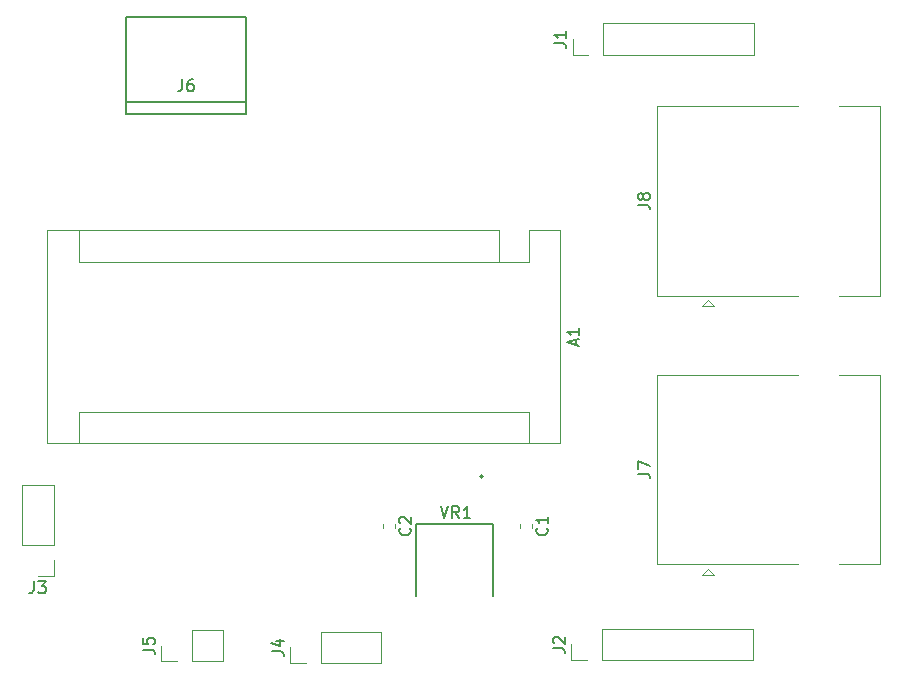
<source format=gbr>
%TF.GenerationSoftware,KiCad,Pcbnew,6.0.7-f9a2dced07~116~ubuntu22.04.1*%
%TF.CreationDate,2022-09-19T14:52:11-04:00*%
%TF.ProjectId,Main_Controller_PCB V0.1,4d61696e-5f43-46f6-9e74-726f6c6c6572,rev?*%
%TF.SameCoordinates,Original*%
%TF.FileFunction,Legend,Top*%
%TF.FilePolarity,Positive*%
%FSLAX46Y46*%
G04 Gerber Fmt 4.6, Leading zero omitted, Abs format (unit mm)*
G04 Created by KiCad (PCBNEW 6.0.7-f9a2dced07~116~ubuntu22.04.1) date 2022-09-19 14:52:11*
%MOMM*%
%LPD*%
G01*
G04 APERTURE LIST*
%ADD10C,0.150000*%
%ADD11C,0.120000*%
%ADD12C,0.127000*%
%ADD13C,0.200000*%
G04 APERTURE END LIST*
D10*
%TO.C,J2*%
X168972380Y-124133333D02*
X169686666Y-124133333D01*
X169829523Y-124180952D01*
X169924761Y-124276190D01*
X169972380Y-124419047D01*
X169972380Y-124514285D01*
X169067619Y-123704761D02*
X169020000Y-123657142D01*
X168972380Y-123561904D01*
X168972380Y-123323809D01*
X169020000Y-123228571D01*
X169067619Y-123180952D01*
X169162857Y-123133333D01*
X169258095Y-123133333D01*
X169400952Y-123180952D01*
X169972380Y-123752380D01*
X169972380Y-123133333D01*
%TO.C,C1*%
X168437142Y-113941666D02*
X168484761Y-113989285D01*
X168532380Y-114132142D01*
X168532380Y-114227380D01*
X168484761Y-114370238D01*
X168389523Y-114465476D01*
X168294285Y-114513095D01*
X168103809Y-114560714D01*
X167960952Y-114560714D01*
X167770476Y-114513095D01*
X167675238Y-114465476D01*
X167580000Y-114370238D01*
X167532380Y-114227380D01*
X167532380Y-114132142D01*
X167580000Y-113989285D01*
X167627619Y-113941666D01*
X168532380Y-112989285D02*
X168532380Y-113560714D01*
X168532380Y-113275000D02*
X167532380Y-113275000D01*
X167675238Y-113370238D01*
X167770476Y-113465476D01*
X167818095Y-113560714D01*
%TO.C,J1*%
X169072380Y-72883333D02*
X169786666Y-72883333D01*
X169929523Y-72930952D01*
X170024761Y-73026190D01*
X170072380Y-73169047D01*
X170072380Y-73264285D01*
X170072380Y-71883333D02*
X170072380Y-72454761D01*
X170072380Y-72169047D02*
X169072380Y-72169047D01*
X169215238Y-72264285D01*
X169310476Y-72359523D01*
X169358095Y-72454761D01*
%TO.C,J7*%
X176157380Y-109333333D02*
X176871666Y-109333333D01*
X177014523Y-109380952D01*
X177109761Y-109476190D01*
X177157380Y-109619047D01*
X177157380Y-109714285D01*
X176157380Y-108952380D02*
X176157380Y-108285714D01*
X177157380Y-108714285D01*
%TO.C,VR1*%
X159440476Y-112102380D02*
X159773809Y-113102380D01*
X160107142Y-112102380D01*
X161011904Y-113102380D02*
X160678571Y-112626190D01*
X160440476Y-113102380D02*
X160440476Y-112102380D01*
X160821428Y-112102380D01*
X160916666Y-112150000D01*
X160964285Y-112197619D01*
X161011904Y-112292857D01*
X161011904Y-112435714D01*
X160964285Y-112530952D01*
X160916666Y-112578571D01*
X160821428Y-112626190D01*
X160440476Y-112626190D01*
X161964285Y-113102380D02*
X161392857Y-113102380D01*
X161678571Y-113102380D02*
X161678571Y-112102380D01*
X161583333Y-112245238D01*
X161488095Y-112340476D01*
X161392857Y-112388095D01*
%TO.C,J5*%
X134232380Y-124233333D02*
X134946666Y-124233333D01*
X135089523Y-124280952D01*
X135184761Y-124376190D01*
X135232380Y-124519047D01*
X135232380Y-124614285D01*
X134232380Y-123280952D02*
X134232380Y-123757142D01*
X134708571Y-123804761D01*
X134660952Y-123757142D01*
X134613333Y-123661904D01*
X134613333Y-123423809D01*
X134660952Y-123328571D01*
X134708571Y-123280952D01*
X134803809Y-123233333D01*
X135041904Y-123233333D01*
X135137142Y-123280952D01*
X135184761Y-123328571D01*
X135232380Y-123423809D01*
X135232380Y-123661904D01*
X135184761Y-123757142D01*
X135137142Y-123804761D01*
%TO.C,J8*%
X176157380Y-86583333D02*
X176871666Y-86583333D01*
X177014523Y-86630952D01*
X177109761Y-86726190D01*
X177157380Y-86869047D01*
X177157380Y-86964285D01*
X176585952Y-85964285D02*
X176538333Y-86059523D01*
X176490714Y-86107142D01*
X176395476Y-86154761D01*
X176347857Y-86154761D01*
X176252619Y-86107142D01*
X176205000Y-86059523D01*
X176157380Y-85964285D01*
X176157380Y-85773809D01*
X176205000Y-85678571D01*
X176252619Y-85630952D01*
X176347857Y-85583333D01*
X176395476Y-85583333D01*
X176490714Y-85630952D01*
X176538333Y-85678571D01*
X176585952Y-85773809D01*
X176585952Y-85964285D01*
X176633571Y-86059523D01*
X176681190Y-86107142D01*
X176776428Y-86154761D01*
X176966904Y-86154761D01*
X177062142Y-86107142D01*
X177109761Y-86059523D01*
X177157380Y-85964285D01*
X177157380Y-85773809D01*
X177109761Y-85678571D01*
X177062142Y-85630952D01*
X176966904Y-85583333D01*
X176776428Y-85583333D01*
X176681190Y-85630952D01*
X176633571Y-85678571D01*
X176585952Y-85773809D01*
%TO.C,J4*%
X145147380Y-124383333D02*
X145861666Y-124383333D01*
X146004523Y-124430952D01*
X146099761Y-124526190D01*
X146147380Y-124669047D01*
X146147380Y-124764285D01*
X145480714Y-123478571D02*
X146147380Y-123478571D01*
X145099761Y-123716666D02*
X145814047Y-123954761D01*
X145814047Y-123335714D01*
%TO.C,A1*%
X170896666Y-98474285D02*
X170896666Y-97998095D01*
X171182380Y-98569523D02*
X170182380Y-98236190D01*
X171182380Y-97902857D01*
X171182380Y-97045714D02*
X171182380Y-97617142D01*
X171182380Y-97331428D02*
X170182380Y-97331428D01*
X170325238Y-97426666D01*
X170420476Y-97521904D01*
X170468095Y-97617142D01*
%TO.C,J3*%
X125016666Y-118457380D02*
X125016666Y-119171666D01*
X124969047Y-119314523D01*
X124873809Y-119409761D01*
X124730952Y-119457380D01*
X124635714Y-119457380D01*
X125397619Y-118457380D02*
X126016666Y-118457380D01*
X125683333Y-118838333D01*
X125826190Y-118838333D01*
X125921428Y-118885952D01*
X125969047Y-118933571D01*
X126016666Y-119028809D01*
X126016666Y-119266904D01*
X125969047Y-119362142D01*
X125921428Y-119409761D01*
X125826190Y-119457380D01*
X125540476Y-119457380D01*
X125445238Y-119409761D01*
X125397619Y-119362142D01*
%TO.C,J6*%
X137565987Y-75951264D02*
X137565987Y-76667006D01*
X137518270Y-76810154D01*
X137422838Y-76905587D01*
X137279690Y-76953303D01*
X137184257Y-76953303D01*
X138472593Y-75951264D02*
X138281729Y-75951264D01*
X138186296Y-75998980D01*
X138138580Y-76046696D01*
X138043148Y-76189845D01*
X137995432Y-76380709D01*
X137995432Y-76762438D01*
X138043148Y-76857871D01*
X138090864Y-76905587D01*
X138186296Y-76953303D01*
X138377161Y-76953303D01*
X138472593Y-76905587D01*
X138520309Y-76857871D01*
X138568026Y-76762438D01*
X138568026Y-76523858D01*
X138520309Y-76428425D01*
X138472593Y-76380709D01*
X138377161Y-76332993D01*
X138186296Y-76332993D01*
X138090864Y-76380709D01*
X138043148Y-76428425D01*
X137995432Y-76523858D01*
%TO.C,C2*%
X156837142Y-113941666D02*
X156884761Y-113989285D01*
X156932380Y-114132142D01*
X156932380Y-114227380D01*
X156884761Y-114370238D01*
X156789523Y-114465476D01*
X156694285Y-114513095D01*
X156503809Y-114560714D01*
X156360952Y-114560714D01*
X156170476Y-114513095D01*
X156075238Y-114465476D01*
X155980000Y-114370238D01*
X155932380Y-114227380D01*
X155932380Y-114132142D01*
X155980000Y-113989285D01*
X156027619Y-113941666D01*
X156027619Y-113560714D02*
X155980000Y-113513095D01*
X155932380Y-113417857D01*
X155932380Y-113179761D01*
X155980000Y-113084523D01*
X156027619Y-113036904D01*
X156122857Y-112989285D01*
X156218095Y-112989285D01*
X156360952Y-113036904D01*
X156932380Y-113608333D01*
X156932380Y-112989285D01*
D11*
%TO.C,J2*%
X185880000Y-125130000D02*
X185880000Y-122470000D01*
X173120000Y-125130000D02*
X173120000Y-122470000D01*
X173120000Y-125130000D02*
X185880000Y-125130000D01*
X170520000Y-125130000D02*
X170520000Y-123800000D01*
X171850000Y-125130000D02*
X170520000Y-125130000D01*
X173120000Y-122470000D02*
X185880000Y-122470000D01*
%TO.C,C1*%
X167160000Y-113634420D02*
X167160000Y-113915580D01*
X166140000Y-113634420D02*
X166140000Y-113915580D01*
%TO.C,J1*%
X185980000Y-73880000D02*
X185980000Y-71220000D01*
X173220000Y-71220000D02*
X185980000Y-71220000D01*
X173220000Y-73880000D02*
X173220000Y-71220000D01*
X173220000Y-73880000D02*
X185980000Y-73880000D01*
X170620000Y-73880000D02*
X170620000Y-72550000D01*
X171950000Y-73880000D02*
X170620000Y-73880000D01*
%TO.C,J7*%
X177765000Y-100990000D02*
X189695000Y-100990000D01*
X182045000Y-117378000D02*
X181537000Y-117886000D01*
X177765000Y-117010000D02*
X189695000Y-117010000D01*
X193195000Y-117010000D02*
X196635000Y-117010000D01*
X196635000Y-100990000D02*
X196635000Y-117010000D01*
X177765000Y-100990000D02*
X177765000Y-117010000D01*
X193195000Y-100990000D02*
X196635000Y-100990000D01*
X181537000Y-117886000D02*
X182553000Y-117886000D01*
X182553000Y-117886000D02*
X182045000Y-117378000D01*
D12*
%TO.C,VR1*%
X157330000Y-113622000D02*
X157330000Y-119723000D01*
X163870000Y-113622000D02*
X157330000Y-113622000D01*
X163870000Y-119723000D02*
X163870000Y-113622000D01*
D13*
X163000000Y-109575000D02*
G75*
G03*
X163000000Y-109575000I-100000J0D01*
G01*
D11*
%TO.C,J5*%
X140980000Y-125230000D02*
X140980000Y-122570000D01*
X138380000Y-125230000D02*
X140980000Y-125230000D01*
X137110000Y-125230000D02*
X135780000Y-125230000D01*
X138380000Y-125230000D02*
X138380000Y-122570000D01*
X138380000Y-122570000D02*
X140980000Y-122570000D01*
X135780000Y-125230000D02*
X135780000Y-123900000D01*
%TO.C,J8*%
X193195000Y-94260000D02*
X196635000Y-94260000D01*
X182045000Y-94628000D02*
X181537000Y-95136000D01*
X196635000Y-78240000D02*
X196635000Y-94260000D01*
X182553000Y-95136000D02*
X182045000Y-94628000D01*
X193195000Y-78240000D02*
X196635000Y-78240000D01*
X181537000Y-95136000D02*
X182553000Y-95136000D01*
X177765000Y-78240000D02*
X177765000Y-94260000D01*
X177765000Y-78240000D02*
X189695000Y-78240000D01*
X177765000Y-94260000D02*
X189695000Y-94260000D01*
%TO.C,J4*%
X154435000Y-125380000D02*
X154435000Y-122720000D01*
X149295000Y-122720000D02*
X154435000Y-122720000D01*
X148025000Y-125380000D02*
X146695000Y-125380000D01*
X149295000Y-125380000D02*
X154435000Y-125380000D01*
X146695000Y-125380000D02*
X146695000Y-124050000D01*
X149295000Y-125380000D02*
X149295000Y-122720000D01*
%TO.C,A1*%
X126150000Y-88740000D02*
X126150000Y-106780000D01*
X169590000Y-106780000D02*
X169590000Y-88740000D01*
X164380000Y-91410000D02*
X164380000Y-88740000D01*
X164380000Y-91410000D02*
X128820000Y-91410000D01*
X164380000Y-91410000D02*
X166920000Y-91410000D01*
X164380000Y-88740000D02*
X126150000Y-88740000D01*
X166920000Y-104110000D02*
X166920000Y-106780000D01*
X169590000Y-88740000D02*
X166920000Y-88740000D01*
X166920000Y-104110000D02*
X128820000Y-104110000D01*
X166920000Y-91410000D02*
X166920000Y-88740000D01*
X128820000Y-91410000D02*
X128820000Y-88740000D01*
X126150000Y-106780000D02*
X169590000Y-106780000D01*
X128820000Y-104110000D02*
X128820000Y-106780000D01*
%TO.C,J3*%
X126680000Y-115405000D02*
X126680000Y-110265000D01*
X126680000Y-110265000D02*
X124020000Y-110265000D01*
X124020000Y-115405000D02*
X124020000Y-110265000D01*
X126680000Y-115405000D02*
X124020000Y-115405000D01*
X126680000Y-118005000D02*
X125350000Y-118005000D01*
X126680000Y-116675000D02*
X126680000Y-118005000D01*
D12*
%TO.C,J6*%
X142930000Y-78850000D02*
X132770000Y-78850000D01*
X142930000Y-77850000D02*
X142930000Y-78850000D01*
X132770000Y-77850000D02*
X142930000Y-77850000D01*
X132770000Y-78850000D02*
X132770000Y-77850000D01*
X142930000Y-70650000D02*
X142930000Y-77850000D01*
X132770000Y-77850000D02*
X132770000Y-70650000D01*
X132770000Y-70650000D02*
X142930000Y-70650000D01*
D11*
%TO.C,C2*%
X155560000Y-113634420D02*
X155560000Y-113915580D01*
X154540000Y-113634420D02*
X154540000Y-113915580D01*
%TD*%
M02*

</source>
